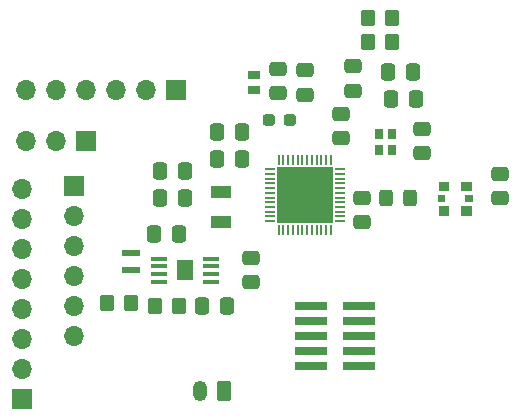
<source format=gbr>
%TF.GenerationSoftware,KiCad,Pcbnew,7.0.1*%
%TF.CreationDate,2023-11-12T22:26:15+01:00*%
%TF.ProjectId,pcbIOT,70636249-4f54-42e6-9b69-6361645f7063,rev?*%
%TF.SameCoordinates,Original*%
%TF.FileFunction,Soldermask,Top*%
%TF.FilePolarity,Negative*%
%FSLAX46Y46*%
G04 Gerber Fmt 4.6, Leading zero omitted, Abs format (unit mm)*
G04 Created by KiCad (PCBNEW 7.0.1) date 2023-11-12 22:26:15*
%MOMM*%
%LPD*%
G01*
G04 APERTURE LIST*
G04 Aperture macros list*
%AMRoundRect*
0 Rectangle with rounded corners*
0 $1 Rounding radius*
0 $2 $3 $4 $5 $6 $7 $8 $9 X,Y pos of 4 corners*
0 Add a 4 corners polygon primitive as box body*
4,1,4,$2,$3,$4,$5,$6,$7,$8,$9,$2,$3,0*
0 Add four circle primitives for the rounded corners*
1,1,$1+$1,$2,$3*
1,1,$1+$1,$4,$5*
1,1,$1+$1,$6,$7*
1,1,$1+$1,$8,$9*
0 Add four rect primitives between the rounded corners*
20,1,$1+$1,$2,$3,$4,$5,0*
20,1,$1+$1,$4,$5,$6,$7,0*
20,1,$1+$1,$6,$7,$8,$9,0*
20,1,$1+$1,$8,$9,$2,$3,0*%
G04 Aperture macros list end*
%ADD10C,0.010000*%
%ADD11RoundRect,0.250000X0.475000X-0.337500X0.475000X0.337500X-0.475000X0.337500X-0.475000X-0.337500X0*%
%ADD12RoundRect,0.250000X-0.337500X-0.475000X0.337500X-0.475000X0.337500X0.475000X-0.337500X0.475000X0*%
%ADD13R,0.850000X0.200000*%
%ADD14R,0.200000X0.850000*%
%ADD15R,4.700000X4.700000*%
%ADD16RoundRect,0.250000X-0.325000X-0.450000X0.325000X-0.450000X0.325000X0.450000X-0.325000X0.450000X0*%
%ADD17RoundRect,0.250000X0.337500X0.475000X-0.337500X0.475000X-0.337500X-0.475000X0.337500X-0.475000X0*%
%ADD18R,1.700000X1.700000*%
%ADD19O,1.700000X1.700000*%
%ADD20R,1.400000X0.450000*%
%ADD21R,1.450000X1.750000*%
%ADD22RoundRect,0.250000X0.350000X0.625000X-0.350000X0.625000X-0.350000X-0.625000X0.350000X-0.625000X0*%
%ADD23O,1.200000X1.750000*%
%ADD24R,1.000000X0.675000*%
%ADD25RoundRect,0.250000X0.350000X0.450000X-0.350000X0.450000X-0.350000X-0.450000X0.350000X-0.450000X0*%
%ADD26R,2.790000X0.740000*%
%ADD27R,0.800000X0.900000*%
%ADD28R,1.600000X0.550000*%
%ADD29RoundRect,0.250000X-0.475000X0.337500X-0.475000X-0.337500X0.475000X-0.337500X0.475000X0.337500X0*%
%ADD30RoundRect,0.237500X-0.287500X-0.237500X0.287500X-0.237500X0.287500X0.237500X-0.287500X0.237500X0*%
%ADD31R,1.800000X1.000000*%
G04 APERTURE END LIST*
%TO.C,J6*%
D10*
X148672470Y-71506550D02*
X147870000Y-71506550D01*
X147870000Y-70754000D01*
X148672470Y-70754000D01*
X148672470Y-71506550D01*
G36*
X148672470Y-71506550D02*
G01*
X147870000Y-71506550D01*
X147870000Y-70754000D01*
X148672470Y-70754000D01*
X148672470Y-71506550D01*
G37*
X148772500Y-70354431D02*
X148190000Y-70354431D01*
X148190000Y-69854000D01*
X148772500Y-69854000D01*
X148772500Y-70354431D01*
G36*
X148772500Y-70354431D02*
G01*
X148190000Y-70354431D01*
X148190000Y-69854000D01*
X148772500Y-69854000D01*
X148772500Y-70354431D01*
G37*
X148672070Y-69453000D02*
X147870000Y-69453000D01*
X147870000Y-68704000D01*
X148672070Y-68704000D01*
X148672070Y-69453000D01*
G36*
X148672070Y-69453000D02*
G01*
X147870000Y-69453000D01*
X147870000Y-68704000D01*
X148672070Y-68704000D01*
X148672070Y-69453000D01*
G37*
X146769097Y-69452933D02*
X145970000Y-69452933D01*
X145970000Y-68704000D01*
X146769097Y-68704000D01*
X146769097Y-69452933D01*
G36*
X146769097Y-69452933D02*
G01*
X145970000Y-69452933D01*
X145970000Y-68704000D01*
X146769097Y-68704000D01*
X146769097Y-69452933D01*
G37*
X146447758Y-70354644D02*
X145870000Y-70354644D01*
X145870000Y-69854000D01*
X146447758Y-69854000D01*
X146447758Y-70354644D01*
G36*
X146447758Y-70354644D02*
G01*
X145870000Y-70354644D01*
X145870000Y-69854000D01*
X146447758Y-69854000D01*
X146447758Y-70354644D01*
G37*
X146768717Y-71507270D02*
X145970000Y-71507270D01*
X145970000Y-70754000D01*
X146768717Y-70754000D01*
X146768717Y-71507270D01*
G36*
X146768717Y-71507270D02*
G01*
X145970000Y-71507270D01*
X145970000Y-70754000D01*
X146768717Y-70754000D01*
X146768717Y-71507270D01*
G37*
%TD*%
D11*
%TO.C,C16*%
X151130000Y-70125500D03*
X151130000Y-68050500D03*
%TD*%
D12*
%TO.C,C8*%
X141964500Y-61722000D03*
X144039500Y-61722000D03*
%TD*%
D13*
%TO.C,IC1*%
X131670000Y-67650000D03*
X131670000Y-68050000D03*
X131670000Y-68450000D03*
X131670000Y-68850000D03*
X131670000Y-69250000D03*
X131670000Y-69650000D03*
X131670000Y-70050000D03*
X131670000Y-70450000D03*
X131670000Y-70850000D03*
X131670000Y-71250000D03*
X131670000Y-71650000D03*
X131670000Y-72050000D03*
D14*
X132420000Y-72800000D03*
X132820000Y-72800000D03*
X133220000Y-72800000D03*
X133620000Y-72800000D03*
X134020000Y-72800000D03*
X134420000Y-72800000D03*
X134820000Y-72800000D03*
X135220000Y-72800000D03*
X135620000Y-72800000D03*
X136020000Y-72800000D03*
X136420000Y-72800000D03*
X136820000Y-72800000D03*
D13*
X137570000Y-72050000D03*
X137570000Y-71650000D03*
X137570000Y-71250000D03*
X137570000Y-70850000D03*
X137570000Y-70450000D03*
X137570000Y-70050000D03*
X137570000Y-69650000D03*
X137570000Y-69250000D03*
X137570000Y-68850000D03*
X137570000Y-68450000D03*
X137570000Y-68050000D03*
X137570000Y-67650000D03*
D14*
X136820000Y-66900000D03*
X136420000Y-66900000D03*
X136020000Y-66900000D03*
X135620000Y-66900000D03*
X135220000Y-66900000D03*
X134820000Y-66900000D03*
X134420000Y-66900000D03*
X134020000Y-66900000D03*
X133620000Y-66900000D03*
X133220000Y-66900000D03*
X132820000Y-66900000D03*
X132420000Y-66900000D03*
D15*
X134620000Y-69850000D03*
%TD*%
D16*
%TO.C,L4*%
X141469000Y-70104000D03*
X143519000Y-70104000D03*
%TD*%
D11*
%TO.C,C6*%
X137668000Y-65045500D03*
X137668000Y-62970500D03*
%TD*%
D17*
%TO.C,C1*%
X128037500Y-79248000D03*
X125962500Y-79248000D03*
%TD*%
D12*
%TO.C,C2*%
X121898500Y-73152000D03*
X123973500Y-73152000D03*
%TD*%
D18*
%TO.C,J5*%
X123698000Y-60960000D03*
D19*
X121158000Y-60960000D03*
X118618000Y-60960000D03*
X116078000Y-60960000D03*
X113538000Y-60960000D03*
X110998000Y-60960000D03*
%TD*%
D20*
%TO.C,IC2*%
X122260000Y-75225000D03*
X122260000Y-75875000D03*
X122260000Y-76525000D03*
X122260000Y-77175000D03*
X126660000Y-77175000D03*
X126660000Y-76525000D03*
X126660000Y-75875000D03*
X126660000Y-75225000D03*
D21*
X124460000Y-76200000D03*
%TD*%
D22*
%TO.C,J1*%
X127746000Y-86402000D03*
D23*
X125746000Y-86402000D03*
%TD*%
D24*
%TO.C,L3*%
X130302000Y-59636000D03*
X130302000Y-60960000D03*
%TD*%
D11*
%TO.C,C13*%
X138684000Y-61003000D03*
X138684000Y-58928000D03*
%TD*%
D25*
%TO.C,R3*%
X141970000Y-56896000D03*
X139970000Y-56896000D03*
%TD*%
D11*
%TO.C,C7*%
X132334000Y-61235500D03*
X132334000Y-59160500D03*
%TD*%
D17*
%TO.C,C15*%
X124460000Y-67818000D03*
X122385000Y-67818000D03*
%TD*%
D18*
%TO.C,J4*%
X115062000Y-69088000D03*
D19*
X115062000Y-71628000D03*
X115062000Y-74168000D03*
X115062000Y-76708000D03*
X115062000Y-79248000D03*
X115062000Y-81788000D03*
%TD*%
D26*
%TO.C,Debug_in1*%
X135122000Y-79248000D03*
X139192000Y-79248000D03*
X135122000Y-80518000D03*
X139192000Y-80518000D03*
X135122000Y-81788000D03*
X139192000Y-81788000D03*
X135122000Y-83058000D03*
X139192000Y-83058000D03*
X135122000Y-84328000D03*
X139192000Y-84328000D03*
%TD*%
D27*
%TO.C,X1*%
X140928000Y-64640000D03*
X140928000Y-66040000D03*
X142028000Y-66040000D03*
X142028000Y-64640000D03*
%TD*%
D25*
%TO.C,R1*%
X123936000Y-79248000D03*
X121936000Y-79248000D03*
%TD*%
D12*
%TO.C,C9*%
X141710500Y-59436000D03*
X143785500Y-59436000D03*
%TD*%
D28*
%TO.C,L1*%
X119888000Y-74750000D03*
X119888000Y-76200000D03*
%TD*%
D11*
%TO.C,C12*%
X134620000Y-61362500D03*
X134620000Y-59287500D03*
%TD*%
D29*
%TO.C,C10*%
X144526000Y-64240500D03*
X144526000Y-66315500D03*
%TD*%
%TO.C,C11*%
X139446000Y-70082500D03*
X139446000Y-72157500D03*
%TD*%
%TO.C,C4*%
X130048000Y-75162500D03*
X130048000Y-77237500D03*
%TD*%
D30*
%TO.C,L2*%
X131600000Y-63500000D03*
X133350000Y-63500000D03*
%TD*%
D31*
%TO.C,X2*%
X127508000Y-69616000D03*
X127508000Y-72116000D03*
%TD*%
D25*
%TO.C,R2*%
X141970000Y-54864000D03*
X139970000Y-54864000D03*
%TD*%
%TO.C,R4*%
X119872000Y-78994000D03*
X117872000Y-78994000D03*
%TD*%
D18*
%TO.C,J2*%
X110719000Y-87107000D03*
D19*
X110719000Y-84567000D03*
X110719000Y-82027000D03*
X110719000Y-79487000D03*
X110719000Y-76947000D03*
X110719000Y-74407000D03*
X110719000Y-71867000D03*
X110719000Y-69327000D03*
%TD*%
D12*
%TO.C,C3*%
X127219500Y-66802000D03*
X129294500Y-66802000D03*
%TD*%
D17*
%TO.C,C5*%
X129307500Y-64516000D03*
X127232500Y-64516000D03*
%TD*%
D18*
%TO.C,J3*%
X116078000Y-65278000D03*
D19*
X113538000Y-65278000D03*
X110998000Y-65278000D03*
%TD*%
D17*
%TO.C,C14*%
X124460000Y-70104000D03*
X122385000Y-70104000D03*
%TD*%
M02*

</source>
